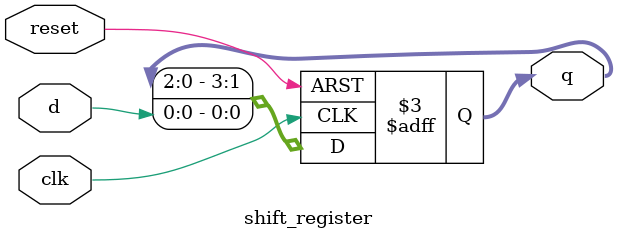
<source format=v>
`timescale 1ns / 1ps
module shift_register(q, d, clk, reset);
    output reg [3:0] q;
    input wire d;
    input wire clk;
    input wire reset;
	 initial q = 4'b0000;

    always @(posedge clk or posedge reset) begin
        if (reset)
            q <= 4'b0000;
        else
            q <= {q[2:0], d}; 
    end
endmodule

</source>
